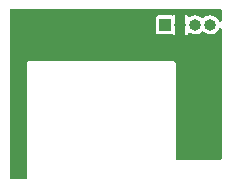
<source format=gbl>
%TF.GenerationSoftware,KiCad,Pcbnew,(6.0.6)*%
%TF.CreationDate,2022-07-17T20:24:10+03:00*%
%TF.ProjectId,EnkooderR,456e6b6f-6f64-4657-9252-2e6b69636164,rev?*%
%TF.SameCoordinates,Original*%
%TF.FileFunction,Copper,L2,Bot*%
%TF.FilePolarity,Positive*%
%FSLAX46Y46*%
G04 Gerber Fmt 4.6, Leading zero omitted, Abs format (unit mm)*
G04 Created by KiCad (PCBNEW (6.0.6)) date 2022-07-17 20:24:10*
%MOMM*%
%LPD*%
G01*
G04 APERTURE LIST*
%TA.AperFunction,ComponentPad*%
%ADD10O,1.000000X1.000000*%
%TD*%
%TA.AperFunction,ComponentPad*%
%ADD11R,1.000000X1.000000*%
%TD*%
%TA.AperFunction,ViaPad*%
%ADD12C,0.800000*%
%TD*%
G04 APERTURE END LIST*
D10*
X159220000Y-81670000D03*
X157950000Y-81670000D03*
X156680000Y-81670000D03*
D11*
X155410000Y-81670000D03*
D12*
X159660000Y-92580000D03*
X143000000Y-91500000D03*
X143000000Y-89000000D03*
X143000000Y-86500000D03*
X143000000Y-84000000D03*
X145540000Y-84000000D03*
X143000000Y-81500000D03*
X145540000Y-81500000D03*
X148420000Y-81000000D03*
X143000000Y-94000000D03*
X159000000Y-88670000D03*
%TA.AperFunction,Conductor*%
G36*
X160141621Y-80320502D02*
G01*
X160188114Y-80374158D01*
X160199500Y-80426500D01*
X160199500Y-81303532D01*
X160179498Y-81371653D01*
X160125842Y-81418146D01*
X160055568Y-81428250D01*
X159990988Y-81398756D01*
X159954510Y-81344972D01*
X159946485Y-81321927D01*
X159851316Y-81169625D01*
X159767075Y-81084794D01*
X159729733Y-81047190D01*
X159729729Y-81047187D01*
X159724770Y-81042193D01*
X159713761Y-81035206D01*
X159654173Y-80997391D01*
X159573136Y-80945963D01*
X159517902Y-80926295D01*
X159410586Y-80888081D01*
X159410581Y-80888080D01*
X159403951Y-80885719D01*
X159396965Y-80884886D01*
X159396961Y-80884885D01*
X159267933Y-80869500D01*
X159225624Y-80864455D01*
X159218621Y-80865191D01*
X159218620Y-80865191D01*
X159054025Y-80882490D01*
X159054021Y-80882491D01*
X159047017Y-80883227D01*
X159040346Y-80885498D01*
X158883677Y-80938832D01*
X158883674Y-80938833D01*
X158877007Y-80941103D01*
X158871009Y-80944793D01*
X158871007Y-80944794D01*
X158849496Y-80958028D01*
X158724045Y-81035206D01*
X158719014Y-81040132D01*
X158719011Y-81040135D01*
X158673407Y-81084794D01*
X158610742Y-81118164D01*
X158539983Y-81112358D01*
X158495845Y-81083555D01*
X158459733Y-81047191D01*
X158459732Y-81047190D01*
X158454770Y-81042193D01*
X158443761Y-81035206D01*
X158384173Y-80997391D01*
X158303136Y-80945963D01*
X158247902Y-80926295D01*
X158140586Y-80888081D01*
X158140581Y-80888080D01*
X158133951Y-80885719D01*
X158126965Y-80884886D01*
X158126961Y-80884885D01*
X157997933Y-80869500D01*
X157955624Y-80864455D01*
X157948621Y-80865191D01*
X157948620Y-80865191D01*
X157784025Y-80882490D01*
X157784021Y-80882491D01*
X157777017Y-80883227D01*
X157770346Y-80885498D01*
X157613677Y-80938832D01*
X157613674Y-80938833D01*
X157607007Y-80941103D01*
X157601009Y-80944793D01*
X157601007Y-80944794D01*
X157545840Y-80978733D01*
X157477339Y-80997391D01*
X157409625Y-80976052D01*
X157390416Y-80960203D01*
X157388256Y-80958028D01*
X157246649Y-80840880D01*
X157236478Y-80834020D01*
X157095935Y-80758028D01*
X157082144Y-80755088D01*
X157080606Y-80757160D01*
X157080000Y-80760559D01*
X157080000Y-82570219D01*
X157083973Y-82583750D01*
X157087443Y-82584249D01*
X157089158Y-82583708D01*
X157212919Y-82521193D01*
X157223276Y-82514620D01*
X157368100Y-82401470D01*
X157376982Y-82393012D01*
X157382834Y-82386233D01*
X157442488Y-82347737D01*
X157513484Y-82347603D01*
X157547207Y-82363134D01*
X157580891Y-82385177D01*
X157580895Y-82385179D01*
X157586789Y-82389036D01*
X157755116Y-82451636D01*
X157762097Y-82452567D01*
X157762099Y-82452568D01*
X157926149Y-82474457D01*
X157926153Y-82474457D01*
X157933130Y-82475388D01*
X157940142Y-82474750D01*
X157940146Y-82474750D01*
X158104960Y-82459751D01*
X158104961Y-82459751D01*
X158111981Y-82459112D01*
X158282782Y-82403615D01*
X158350690Y-82363134D01*
X158430992Y-82315265D01*
X158430994Y-82315264D01*
X158437044Y-82311657D01*
X158464374Y-82285631D01*
X158497354Y-82254225D01*
X158560479Y-82221733D01*
X158631150Y-82228527D01*
X158674882Y-82257944D01*
X158706514Y-82290699D01*
X158856789Y-82389036D01*
X159025116Y-82451636D01*
X159032097Y-82452567D01*
X159032099Y-82452568D01*
X159196149Y-82474457D01*
X159196153Y-82474457D01*
X159203130Y-82475388D01*
X159210142Y-82474750D01*
X159210146Y-82474750D01*
X159374960Y-82459751D01*
X159374961Y-82459751D01*
X159381981Y-82459112D01*
X159552782Y-82403615D01*
X159620690Y-82363134D01*
X159700992Y-82315265D01*
X159700994Y-82315264D01*
X159707044Y-82311657D01*
X159837099Y-82187807D01*
X159854570Y-82161512D01*
X159932582Y-82044093D01*
X159936483Y-82038222D01*
X159938984Y-82031637D01*
X159938987Y-82031632D01*
X159955712Y-81987602D01*
X159998600Y-81931024D01*
X160065269Y-81906614D01*
X160134551Y-81922123D01*
X160184450Y-81972627D01*
X160199500Y-82032345D01*
X160199500Y-92953500D01*
X160179498Y-93021621D01*
X160125842Y-93068114D01*
X160073500Y-93079500D01*
X156426500Y-93079500D01*
X156358379Y-93059498D01*
X156311886Y-93005842D01*
X156300500Y-92953500D01*
X156300500Y-85052374D01*
X156301065Y-85040817D01*
X156304246Y-85029832D01*
X156300970Y-84992006D01*
X156300500Y-84981134D01*
X156300500Y-84972052D01*
X156299276Y-84965479D01*
X156297616Y-84953280D01*
X156295591Y-84929895D01*
X156295591Y-84929894D01*
X156294587Y-84918304D01*
X156289480Y-84907855D01*
X156288568Y-84904567D01*
X156287339Y-84901383D01*
X156285209Y-84889947D01*
X156266779Y-84860048D01*
X156260840Y-84849266D01*
X156250533Y-84828181D01*
X156245425Y-84817731D01*
X156236899Y-84809822D01*
X156234866Y-84807084D01*
X156232572Y-84804554D01*
X156226468Y-84794652D01*
X156217212Y-84787613D01*
X156217207Y-84787608D01*
X156198513Y-84773393D01*
X156189092Y-84765474D01*
X156171882Y-84749510D01*
X156171883Y-84749510D01*
X156163354Y-84741599D01*
X156152553Y-84737290D01*
X156149676Y-84735471D01*
X156146619Y-84733934D01*
X156137359Y-84726892D01*
X156103632Y-84717126D01*
X156091992Y-84713129D01*
X156059378Y-84700117D01*
X156053085Y-84699500D01*
X156050003Y-84699500D01*
X156046933Y-84699350D01*
X156046939Y-84699234D01*
X156040817Y-84698935D01*
X156029832Y-84695754D01*
X155992006Y-84699030D01*
X155981134Y-84699500D01*
X144052374Y-84699500D01*
X144040817Y-84698935D01*
X144029832Y-84695754D01*
X143992006Y-84699030D01*
X143981134Y-84699500D01*
X143972052Y-84699500D01*
X143966351Y-84700562D01*
X143966349Y-84700562D01*
X143965479Y-84700724D01*
X143953280Y-84702384D01*
X143929895Y-84704409D01*
X143929894Y-84704409D01*
X143918304Y-84705413D01*
X143907855Y-84710520D01*
X143904567Y-84711432D01*
X143901383Y-84712661D01*
X143889947Y-84714791D01*
X143870316Y-84726892D01*
X143860048Y-84733221D01*
X143849265Y-84739160D01*
X143817731Y-84754575D01*
X143809822Y-84763101D01*
X143807084Y-84765134D01*
X143804554Y-84767428D01*
X143794652Y-84773532D01*
X143787613Y-84782788D01*
X143787608Y-84782793D01*
X143773393Y-84801487D01*
X143765474Y-84810908D01*
X143741599Y-84836646D01*
X143737290Y-84847447D01*
X143735471Y-84850324D01*
X143733934Y-84853381D01*
X143726892Y-84862641D01*
X143723656Y-84873817D01*
X143717126Y-84896367D01*
X143713129Y-84908008D01*
X143700117Y-84940622D01*
X143699500Y-84946915D01*
X143699500Y-84949997D01*
X143699350Y-84953067D01*
X143699234Y-84953061D01*
X143698935Y-84959183D01*
X143695754Y-84970168D01*
X143696758Y-84981759D01*
X143699030Y-85007994D01*
X143699500Y-85018866D01*
X143699500Y-94573500D01*
X143679498Y-94641621D01*
X143625842Y-94688114D01*
X143573500Y-94699500D01*
X142426500Y-94699500D01*
X142358379Y-94679498D01*
X142311886Y-94625842D01*
X142300500Y-94573500D01*
X142300500Y-82214646D01*
X154609500Y-82214646D01*
X154612618Y-82240846D01*
X154616456Y-82249486D01*
X154616456Y-82249487D01*
X154632511Y-82285631D01*
X154658061Y-82343153D01*
X154737287Y-82422241D01*
X154747924Y-82426944D01*
X154747926Y-82426945D01*
X154798223Y-82449181D01*
X154839673Y-82467506D01*
X154865354Y-82470500D01*
X155954646Y-82470500D01*
X155958350Y-82470059D01*
X155958353Y-82470059D01*
X155962387Y-82469579D01*
X155980846Y-82467382D01*
X155987040Y-82464631D01*
X156056609Y-82465840D01*
X156096579Y-82487886D01*
X156096770Y-82487611D01*
X156099423Y-82489455D01*
X156100676Y-82490146D01*
X156101827Y-82491126D01*
X156111905Y-82498130D01*
X156269363Y-82586130D01*
X156276868Y-82586345D01*
X156280000Y-82579976D01*
X156280000Y-80768773D01*
X156276027Y-80755242D01*
X156273015Y-80754809D01*
X156270516Y-80755616D01*
X156135247Y-80826333D01*
X156124985Y-80833048D01*
X156100441Y-80852782D01*
X156034819Y-80879879D01*
X155988650Y-80876173D01*
X155980327Y-80872494D01*
X155954646Y-80869500D01*
X154865354Y-80869500D01*
X154861650Y-80869941D01*
X154861647Y-80869941D01*
X154854254Y-80870821D01*
X154839154Y-80872618D01*
X154830514Y-80876456D01*
X154830513Y-80876456D01*
X154747482Y-80913337D01*
X154736847Y-80918061D01*
X154728628Y-80926294D01*
X154728627Y-80926295D01*
X154705221Y-80949742D01*
X154657759Y-80997287D01*
X154653056Y-81007924D01*
X154653055Y-81007926D01*
X154640995Y-81035206D01*
X154612494Y-81099673D01*
X154609500Y-81125354D01*
X154609500Y-82214646D01*
X142300500Y-82214646D01*
X142300500Y-80426500D01*
X142320502Y-80358379D01*
X142374158Y-80311886D01*
X142426500Y-80300500D01*
X160073500Y-80300500D01*
X160141621Y-80320502D01*
G37*
%TD.AperFunction*%
M02*

</source>
